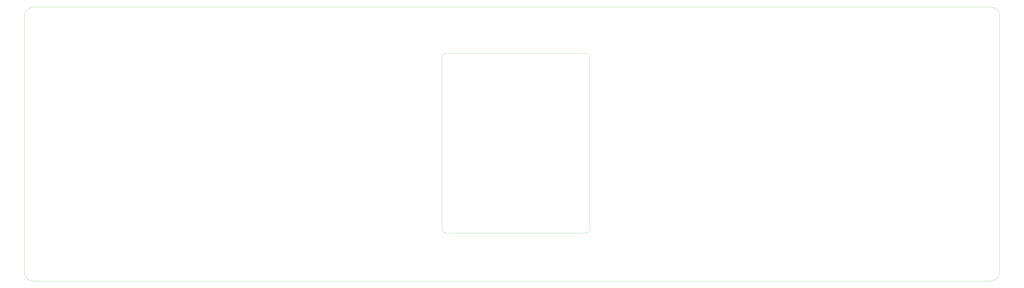
<source format=gbr>
%TF.GenerationSoftware,KiCad,Pcbnew,9.0.0+dfsg-1*%
%TF.CreationDate,2025-06-19T15:00:10-07:00*%
%TF.ProjectId,signalmesh,7369676e-616c-46d6-9573-682e6b696361,rev?*%
%TF.SameCoordinates,Original*%
%TF.FileFunction,Legend,Bot*%
%TF.FilePolarity,Positive*%
%FSLAX46Y46*%
G04 Gerber Fmt 4.6, Leading zero omitted, Abs format (unit mm)*
G04 Created by KiCad (PCBNEW 9.0.0+dfsg-1) date 2025-06-19 15:00:10*
%MOMM*%
%LPD*%
G01*
G04 APERTURE LIST*
%ADD10C,3.200000*%
%ADD11R,1.508000X1.508000*%
%ADD12C,1.508000*%
%ADD13R,1.700000X1.700000*%
%ADD14C,1.700000*%
%ADD15C,3.000000*%
%ADD16R,1.605000X1.605000*%
%ADD17C,1.605000*%
%ADD18R,1.530000X1.530000*%
%ADD19C,1.530000*%
%TA.AperFunction,Profile*%
%ADD20C,0.050000*%
%TD*%
G04 APERTURE END LIST*
%LPC*%
D10*
%TO.C,U1*%
X175740000Y-87730000D03*
X177010000Y-163930000D03*
X208760000Y-139800000D03*
X222730000Y-163930000D03*
X224000000Y-89000000D03*
D11*
X221460000Y-92556000D03*
D12*
X224000000Y-92556000D03*
X221460000Y-95096000D03*
X224000000Y-95096000D03*
X221460000Y-97636000D03*
X224000000Y-97636000D03*
X221460000Y-100176000D03*
X224000000Y-100176000D03*
X221460000Y-102716000D03*
X224000000Y-102716000D03*
X221460000Y-105256000D03*
X224000000Y-105256000D03*
X221460000Y-107796000D03*
X224000000Y-107796000D03*
X221460000Y-110336000D03*
X224000000Y-110336000D03*
X221460000Y-112876000D03*
X224000000Y-112876000D03*
X221460000Y-115416000D03*
X224000000Y-115416000D03*
D11*
X175740000Y-101700000D03*
D12*
X178280000Y-101700000D03*
X175740000Y-104240000D03*
X178280000Y-104240000D03*
X175740000Y-106780000D03*
X178280000Y-106780000D03*
X175740000Y-109320000D03*
X178280000Y-109320000D03*
X175740000Y-111860000D03*
X178280000Y-111860000D03*
X175740000Y-114400000D03*
X178280000Y-114400000D03*
X175740000Y-116940000D03*
X178280000Y-116940000D03*
X175740000Y-119480000D03*
X178280000Y-119480000D03*
D11*
X175740000Y-124560000D03*
D12*
X178280000Y-124560000D03*
X175740000Y-127100000D03*
X178280000Y-127100000D03*
X175740000Y-129640000D03*
X178280000Y-129640000D03*
X175740000Y-132180000D03*
X178280000Y-132180000D03*
X175740000Y-134720000D03*
X178280000Y-134720000D03*
X175740000Y-137260000D03*
X178280000Y-137260000D03*
X175740000Y-139800000D03*
X178280000Y-139800000D03*
X175740000Y-142340000D03*
X178280000Y-142340000D03*
X175740000Y-144880000D03*
X178280000Y-144880000D03*
X175740000Y-147420000D03*
X178280000Y-147420000D03*
X175740000Y-149960000D03*
X178280000Y-149960000D03*
X175740000Y-152500000D03*
X178280000Y-152500000D03*
X175740000Y-155040000D03*
X178280000Y-155040000D03*
X175740000Y-157580000D03*
X178280000Y-157580000D03*
X175740000Y-160120000D03*
X178280000Y-160120000D03*
D11*
X221460000Y-119480000D03*
D12*
X224000000Y-119480000D03*
X221460000Y-122020000D03*
X224000000Y-122020000D03*
X221460000Y-124560000D03*
X224000000Y-124560000D03*
X221460000Y-127100000D03*
X224000000Y-127100000D03*
X221460000Y-129640000D03*
X224000000Y-129640000D03*
X221460000Y-132180000D03*
X224000000Y-132180000D03*
X221460000Y-134720000D03*
X224000000Y-134720000D03*
X221460000Y-137260000D03*
X224000000Y-137260000D03*
X221460000Y-139800000D03*
X224000000Y-139800000D03*
X221460000Y-142340000D03*
X224000000Y-142340000D03*
X221460000Y-144880000D03*
X224000000Y-144880000D03*
X221460000Y-147420000D03*
X224000000Y-147420000D03*
X221460000Y-149960000D03*
X224000000Y-149960000D03*
X221460000Y-152500000D03*
X224000000Y-152500000D03*
X221460000Y-155040000D03*
X224000000Y-155040000D03*
X221460000Y-157580000D03*
X224000000Y-157580000D03*
X221460000Y-160120000D03*
X224000000Y-160120000D03*
D11*
X168120000Y-91540000D03*
D12*
X170660000Y-91540000D03*
X168120000Y-94080000D03*
X170660000Y-94080000D03*
X168120000Y-96620000D03*
X170660000Y-96620000D03*
X168120000Y-99160000D03*
X170660000Y-99160000D03*
X168120000Y-101700000D03*
X170660000Y-101700000D03*
X168120000Y-104240000D03*
X170660000Y-104240000D03*
X168120000Y-106780000D03*
X170660000Y-106780000D03*
X168120000Y-109320000D03*
X170660000Y-109320000D03*
X168120000Y-111860000D03*
X170660000Y-111860000D03*
X168120000Y-114400000D03*
X170660000Y-114400000D03*
X168120000Y-116940000D03*
X170660000Y-116940000D03*
X168120000Y-119480000D03*
X170660000Y-119480000D03*
X168120000Y-122020000D03*
X170660000Y-122020000D03*
X168120000Y-124560000D03*
X170660000Y-124560000D03*
X168120000Y-127100000D03*
X170660000Y-127100000D03*
X168120000Y-129640000D03*
X170660000Y-129640000D03*
X168120000Y-132180000D03*
X170660000Y-132180000D03*
X168120000Y-134720000D03*
X170660000Y-134720000D03*
X168120000Y-137260000D03*
X170660000Y-137260000D03*
X168120000Y-139800000D03*
X170660000Y-139800000D03*
X168120000Y-142340000D03*
X170660000Y-142340000D03*
X168120000Y-144880000D03*
X170660000Y-144880000D03*
X168120000Y-147420000D03*
X170660000Y-147420000D03*
X168120000Y-149960000D03*
X170660000Y-149960000D03*
X168120000Y-152500000D03*
X170660000Y-152500000D03*
X168120000Y-155040000D03*
X170660000Y-155040000D03*
X168120000Y-157580000D03*
X170660000Y-157580000D03*
X168120000Y-160120000D03*
X170660000Y-160120000D03*
X168120000Y-162660000D03*
X170660000Y-162660000D03*
X168120000Y-165200000D03*
X170660000Y-165200000D03*
X168120000Y-167740000D03*
X170660000Y-167740000D03*
X168120000Y-170280000D03*
X170660000Y-170280000D03*
X168120000Y-172820000D03*
X170660000Y-172820000D03*
X168120000Y-175360000D03*
X170660000Y-175360000D03*
X168120000Y-177900000D03*
X170660000Y-177900000D03*
X168120000Y-180440000D03*
X170660000Y-180440000D03*
D11*
X229080000Y-91560000D03*
D12*
X231620000Y-91560000D03*
X229080000Y-94100000D03*
X231620000Y-94100000D03*
X229080000Y-96640000D03*
X231620000Y-96640000D03*
X229080000Y-99180000D03*
X231620000Y-99180000D03*
X229080000Y-101720000D03*
X231620000Y-101720000D03*
X229080000Y-104260000D03*
X231620000Y-104260000D03*
X229080000Y-106800000D03*
X231620000Y-106800000D03*
X229080000Y-109340000D03*
X231620000Y-109340000D03*
X229080000Y-111880000D03*
X231620000Y-111880000D03*
X229080000Y-114420000D03*
X231620000Y-114420000D03*
X229080000Y-116960000D03*
X231620000Y-116960000D03*
X229080000Y-119500000D03*
X231620000Y-119500000D03*
X229080000Y-122040000D03*
X231620000Y-122040000D03*
X229080000Y-124580000D03*
X231620000Y-124580000D03*
X229080000Y-127120000D03*
X231620000Y-127120000D03*
X229080000Y-129660000D03*
X231620000Y-129660000D03*
X229080000Y-132200000D03*
X231620000Y-132200000D03*
X229080000Y-134740000D03*
X231620000Y-134740000D03*
X229080000Y-137280000D03*
X231620000Y-137280000D03*
X229080000Y-139820000D03*
X231620000Y-139820000D03*
X229080000Y-142360000D03*
X231620000Y-142360000D03*
X229080000Y-144900000D03*
X231620000Y-144900000D03*
X229080000Y-147440000D03*
X231620000Y-147440000D03*
X229080000Y-149980000D03*
X231620000Y-149980000D03*
X229080000Y-152520000D03*
X231620000Y-152520000D03*
X229080000Y-155060000D03*
X231620000Y-155060000D03*
X229080000Y-157600000D03*
X231620000Y-157600000D03*
X229080000Y-160140000D03*
X231620000Y-160140000D03*
X229080000Y-162680000D03*
X231620000Y-162680000D03*
X229080000Y-165220000D03*
X231620000Y-165220000D03*
X229080000Y-167760000D03*
X231620000Y-167760000D03*
X229080000Y-170300000D03*
X231620000Y-170300000D03*
X229080000Y-172840000D03*
X231620000Y-172840000D03*
X229080000Y-175380000D03*
X231620000Y-175380000D03*
X229080000Y-177920000D03*
X231620000Y-177920000D03*
X229080000Y-180460000D03*
X231620000Y-180460000D03*
%TD*%
D13*
%TO.C,J9*%
X321000000Y-91460000D03*
D14*
X321000000Y-94000000D03*
X321000000Y-96540000D03*
X321000000Y-99080000D03*
X321000000Y-101620000D03*
X321000000Y-104160000D03*
X321000000Y-106700000D03*
X321000000Y-109240000D03*
X321000000Y-111780000D03*
X321000000Y-114320000D03*
X321000000Y-116860000D03*
X321000000Y-119400000D03*
X321000000Y-121940000D03*
X321000000Y-124480000D03*
X321000000Y-127020000D03*
X321000000Y-129560000D03*
X321000000Y-132100000D03*
X321000000Y-134640000D03*
X321000000Y-137180000D03*
X321000000Y-139720000D03*
X321000000Y-142260000D03*
X321000000Y-144800000D03*
X321000000Y-147340000D03*
X321000000Y-149880000D03*
%TD*%
D13*
%TO.C,J1*%
X289000000Y-91500000D03*
D14*
X289000000Y-94040000D03*
X289000000Y-96580000D03*
X289000000Y-99120000D03*
X289000000Y-101660000D03*
X289000000Y-104200000D03*
X289000000Y-106740000D03*
X289000000Y-109280000D03*
X289000000Y-111820000D03*
X289000000Y-114360000D03*
X289000000Y-116900000D03*
X289000000Y-119440000D03*
X289000000Y-121980000D03*
X289000000Y-124520000D03*
X289000000Y-127060000D03*
X289000000Y-129600000D03*
X289000000Y-132140000D03*
X289000000Y-134680000D03*
X289000000Y-137220000D03*
X289000000Y-139760000D03*
X289000000Y-142300000D03*
X289000000Y-144840000D03*
X289000000Y-147380000D03*
X289000000Y-149920000D03*
%TD*%
D13*
%TO.C,J8*%
X280000000Y-91500000D03*
D14*
X280000000Y-94040000D03*
X280000000Y-96580000D03*
X280000000Y-99120000D03*
X280000000Y-101660000D03*
X280000000Y-104200000D03*
X280000000Y-106740000D03*
X280000000Y-109280000D03*
X280000000Y-111820000D03*
X280000000Y-114360000D03*
X280000000Y-116900000D03*
X280000000Y-119440000D03*
X280000000Y-121980000D03*
X280000000Y-124520000D03*
X280000000Y-127060000D03*
X280000000Y-129600000D03*
X280000000Y-132140000D03*
X280000000Y-134680000D03*
X280000000Y-137220000D03*
X280000000Y-139760000D03*
X280000000Y-142300000D03*
X280000000Y-144840000D03*
X280000000Y-147380000D03*
X280000000Y-149920000D03*
%TD*%
D13*
%TO.C,J2*%
X312000000Y-91500000D03*
D14*
X312000000Y-94040000D03*
X312000000Y-96580000D03*
X312000000Y-99120000D03*
X312000000Y-101660000D03*
X312000000Y-104200000D03*
X312000000Y-106740000D03*
X312000000Y-109280000D03*
X312000000Y-111820000D03*
X312000000Y-114360000D03*
X312000000Y-116900000D03*
X312000000Y-119440000D03*
X312000000Y-121980000D03*
X312000000Y-124520000D03*
X312000000Y-127060000D03*
X312000000Y-129600000D03*
X312000000Y-132140000D03*
X312000000Y-134680000D03*
X312000000Y-137220000D03*
X312000000Y-139760000D03*
X312000000Y-142300000D03*
X312000000Y-144840000D03*
X312000000Y-147380000D03*
X312000000Y-149920000D03*
%TD*%
D15*
%TO.C,U9*%
X498980000Y-83190000D03*
X532000000Y-135260000D03*
X547240000Y-84460000D03*
D16*
X547240000Y-110880000D03*
D17*
X547240000Y-108340000D03*
X547240000Y-105800000D03*
X547240000Y-103260000D03*
X547240000Y-100720000D03*
X547240000Y-98180000D03*
X547240000Y-95640000D03*
X547240000Y-93100000D03*
X547240000Y-90560000D03*
X547240000Y-88020000D03*
D16*
X498980000Y-97160000D03*
D17*
X498980000Y-99700000D03*
X498980000Y-102240000D03*
X498980000Y-104780000D03*
X498980000Y-107320000D03*
X498980000Y-109860000D03*
X498980000Y-112400000D03*
X498980000Y-114940000D03*
D18*
X491360000Y-87000000D03*
D19*
X493900000Y-87000000D03*
X491360000Y-89540000D03*
X493900000Y-89540000D03*
X491360000Y-92080000D03*
X493900000Y-92080000D03*
X491360000Y-94620000D03*
X493900000Y-94620000D03*
X491360000Y-97160000D03*
X493900000Y-97160000D03*
X491360000Y-99700000D03*
X493900000Y-99700000D03*
X491360000Y-102240000D03*
X493900000Y-102240000D03*
X491360000Y-104780000D03*
X493900000Y-104780000D03*
X491360000Y-107320000D03*
X493900000Y-107320000D03*
X491360000Y-109860000D03*
X493900000Y-109860000D03*
X491360000Y-112400000D03*
X493900000Y-112400000D03*
X491360000Y-114940000D03*
X493900000Y-114940000D03*
X491360000Y-117480000D03*
X493900000Y-117480000D03*
X491360000Y-120020000D03*
X493900000Y-120020000D03*
X491360000Y-122560000D03*
X493900000Y-122560000D03*
X491360000Y-125100000D03*
X493900000Y-125100000D03*
X491360000Y-127640000D03*
X493900000Y-127640000D03*
X491360000Y-130180000D03*
X493900000Y-130180000D03*
X491360000Y-132720000D03*
X493900000Y-132720000D03*
D16*
X498980000Y-120020000D03*
D17*
X498980000Y-122560000D03*
X498980000Y-125100000D03*
X498980000Y-127640000D03*
X498980000Y-130180000D03*
X498980000Y-132720000D03*
D16*
X547240000Y-132720000D03*
D17*
X547240000Y-130180000D03*
X547240000Y-127640000D03*
X547240000Y-125100000D03*
X547240000Y-122560000D03*
X547240000Y-120020000D03*
X547240000Y-117480000D03*
X547240000Y-114940000D03*
D18*
X552320000Y-87000000D03*
D19*
X554860000Y-87000000D03*
X552320000Y-89540000D03*
X554860000Y-89540000D03*
X552320000Y-92080000D03*
X554860000Y-92080000D03*
X552320000Y-94620000D03*
X554860000Y-94620000D03*
X552320000Y-97160000D03*
X554860000Y-97160000D03*
X552320000Y-99700000D03*
X554860000Y-99700000D03*
X552320000Y-102240000D03*
X554860000Y-102240000D03*
X552320000Y-104780000D03*
X554860000Y-104780000D03*
X552320000Y-107320000D03*
X554860000Y-107320000D03*
X552320000Y-109860000D03*
X554860000Y-109860000D03*
X552320000Y-112400000D03*
X554860000Y-112400000D03*
X552320000Y-114940000D03*
X554860000Y-114940000D03*
X552320000Y-117480000D03*
X554860000Y-117480000D03*
X552320000Y-120020000D03*
X554860000Y-120020000D03*
X552320000Y-122560000D03*
X554860000Y-122560000D03*
X552320000Y-125100000D03*
X554860000Y-125100000D03*
X552320000Y-127640000D03*
X554860000Y-127640000D03*
X552320000Y-130180000D03*
X554860000Y-130180000D03*
X552320000Y-132720000D03*
X554860000Y-132720000D03*
%TD*%
D13*
%TO.C,U4*%
X41550000Y-74500000D03*
D14*
X44090000Y-74500000D03*
X46630000Y-74500000D03*
X49170000Y-74500000D03*
X51710000Y-74500000D03*
X54250000Y-74500000D03*
X56790000Y-74500000D03*
X59330000Y-74500000D03*
X61870000Y-74500000D03*
X64410000Y-74500000D03*
X66950000Y-74500000D03*
X69490000Y-74500000D03*
X72030000Y-74500000D03*
X74570000Y-74500000D03*
X77110000Y-74500000D03*
X79650000Y-74500000D03*
X82190000Y-74500000D03*
X84730000Y-74500000D03*
X87270000Y-74500000D03*
X89810000Y-74500000D03*
X89810000Y-59260000D03*
X87270000Y-59260000D03*
X84730000Y-59260000D03*
X82190000Y-59260000D03*
X79650000Y-59260000D03*
X77110000Y-59260000D03*
X74570000Y-59260000D03*
X72030000Y-59260000D03*
X69490000Y-59260000D03*
X66950000Y-59260000D03*
X64410000Y-59260000D03*
X61870000Y-59260000D03*
X59330000Y-59260000D03*
X56790000Y-59260000D03*
X54250000Y-59260000D03*
X51710000Y-59260000D03*
X49170000Y-59260000D03*
X46630000Y-59260000D03*
X44090000Y-59260000D03*
X41550000Y-59260000D03*
X85999000Y-63068000D03*
X85999000Y-65608000D03*
X85999000Y-68148000D03*
X85999000Y-70688000D03*
%TD*%
D15*
%TO.C,U3*%
X50620000Y-127470000D03*
X83640000Y-179540000D03*
X98880000Y-128740000D03*
D16*
X98880000Y-155160000D03*
D17*
X98880000Y-152620000D03*
X98880000Y-150080000D03*
X98880000Y-147540000D03*
X98880000Y-145000000D03*
X98880000Y-142460000D03*
X98880000Y-139920000D03*
X98880000Y-137380000D03*
X98880000Y-134840000D03*
X98880000Y-132300000D03*
D16*
X50620000Y-141440000D03*
D17*
X50620000Y-143980000D03*
X50620000Y-146520000D03*
X50620000Y-149060000D03*
X50620000Y-151600000D03*
X50620000Y-154140000D03*
X50620000Y-156680000D03*
X50620000Y-159220000D03*
D18*
X43000000Y-131280000D03*
D19*
X45540000Y-131280000D03*
X43000000Y-133820000D03*
X45540000Y-133820000D03*
X43000000Y-136360000D03*
X45540000Y-136360000D03*
X43000000Y-138900000D03*
X45540000Y-138900000D03*
X43000000Y-141440000D03*
X45540000Y-141440000D03*
X43000000Y-143980000D03*
X45540000Y-143980000D03*
X43000000Y-146520000D03*
X45540000Y-146520000D03*
X43000000Y-149060000D03*
X45540000Y-149060000D03*
X43000000Y-151600000D03*
X45540000Y-151600000D03*
X43000000Y-154140000D03*
X45540000Y-154140000D03*
X43000000Y-156680000D03*
X45540000Y-156680000D03*
X43000000Y-159220000D03*
X45540000Y-159220000D03*
X43000000Y-161760000D03*
X45540000Y-161760000D03*
X43000000Y-164300000D03*
X45540000Y-164300000D03*
X43000000Y-166840000D03*
X45540000Y-166840000D03*
X43000000Y-169380000D03*
X45540000Y-169380000D03*
X43000000Y-171920000D03*
X45540000Y-171920000D03*
X43000000Y-174460000D03*
X45540000Y-174460000D03*
X43000000Y-177000000D03*
X45540000Y-177000000D03*
D16*
X50620000Y-164300000D03*
D17*
X50620000Y-166840000D03*
X50620000Y-169380000D03*
X50620000Y-171920000D03*
X50620000Y-174460000D03*
X50620000Y-177000000D03*
D16*
X98880000Y-177000000D03*
D17*
X98880000Y-174460000D03*
X98880000Y-171920000D03*
X98880000Y-169380000D03*
X98880000Y-166840000D03*
X98880000Y-164300000D03*
X98880000Y-161760000D03*
X98880000Y-159220000D03*
D18*
X103960000Y-131280000D03*
D19*
X106500000Y-131280000D03*
X103960000Y-133820000D03*
X106500000Y-133820000D03*
X103960000Y-136360000D03*
X106500000Y-136360000D03*
X103960000Y-138900000D03*
X106500000Y-138900000D03*
X103960000Y-141440000D03*
X106500000Y-141440000D03*
X103960000Y-143980000D03*
X106500000Y-143980000D03*
X103960000Y-146520000D03*
X106500000Y-146520000D03*
X103960000Y-149060000D03*
X106500000Y-149060000D03*
X103960000Y-151600000D03*
X106500000Y-151600000D03*
X103960000Y-154140000D03*
X106500000Y-154140000D03*
X103960000Y-156680000D03*
X106500000Y-156680000D03*
X103960000Y-159220000D03*
X106500000Y-159220000D03*
X103960000Y-161760000D03*
X106500000Y-161760000D03*
X103960000Y-164300000D03*
X106500000Y-164300000D03*
X103960000Y-166840000D03*
X106500000Y-166840000D03*
X103960000Y-169380000D03*
X106500000Y-169380000D03*
X103960000Y-171920000D03*
X106500000Y-171920000D03*
X103960000Y-174460000D03*
X106500000Y-174460000D03*
X103960000Y-177000000D03*
X106500000Y-177000000D03*
%TD*%
D10*
%TO.C,U2*%
X376240000Y-88030000D03*
X377510000Y-164230000D03*
X409260000Y-140100000D03*
X423230000Y-164230000D03*
X424500000Y-89300000D03*
D11*
X421960000Y-92856000D03*
D12*
X424500000Y-92856000D03*
X421960000Y-95396000D03*
X424500000Y-95396000D03*
X421960000Y-97936000D03*
X424500000Y-97936000D03*
X421960000Y-100476000D03*
X424500000Y-100476000D03*
X421960000Y-103016000D03*
X424500000Y-103016000D03*
X421960000Y-105556000D03*
X424500000Y-105556000D03*
X421960000Y-108096000D03*
X424500000Y-108096000D03*
X421960000Y-110636000D03*
X424500000Y-110636000D03*
X421960000Y-113176000D03*
X424500000Y-113176000D03*
X421960000Y-115716000D03*
X424500000Y-115716000D03*
D11*
X376240000Y-102000000D03*
D12*
X378780000Y-102000000D03*
X376240000Y-104540000D03*
X378780000Y-104540000D03*
X376240000Y-107080000D03*
X378780000Y-107080000D03*
X376240000Y-109620000D03*
X378780000Y-109620000D03*
X376240000Y-112160000D03*
X378780000Y-112160000D03*
X376240000Y-114700000D03*
X378780000Y-114700000D03*
X376240000Y-117240000D03*
X378780000Y-117240000D03*
X376240000Y-119780000D03*
X378780000Y-119780000D03*
D11*
X376240000Y-124860000D03*
D12*
X378780000Y-124860000D03*
X376240000Y-127400000D03*
X378780000Y-127400000D03*
X376240000Y-129940000D03*
X378780000Y-129940000D03*
X376240000Y-132480000D03*
X378780000Y-132480000D03*
X376240000Y-135020000D03*
X378780000Y-135020000D03*
X376240000Y-137560000D03*
X378780000Y-137560000D03*
X376240000Y-140100000D03*
X378780000Y-140100000D03*
X376240000Y-142640000D03*
X378780000Y-142640000D03*
X376240000Y-145180000D03*
X378780000Y-145180000D03*
X376240000Y-147720000D03*
X378780000Y-147720000D03*
X376240000Y-150260000D03*
X378780000Y-150260000D03*
X376240000Y-152800000D03*
X378780000Y-152800000D03*
X376240000Y-155340000D03*
X378780000Y-155340000D03*
X376240000Y-157880000D03*
X378780000Y-157880000D03*
X376240000Y-160420000D03*
X378780000Y-160420000D03*
D11*
X421960000Y-119780000D03*
D12*
X424500000Y-119780000D03*
X421960000Y-122320000D03*
X424500000Y-122320000D03*
X421960000Y-124860000D03*
X424500000Y-124860000D03*
X421960000Y-127400000D03*
X424500000Y-127400000D03*
X421960000Y-129940000D03*
X424500000Y-129940000D03*
X421960000Y-132480000D03*
X424500000Y-132480000D03*
X421960000Y-135020000D03*
X424500000Y-135020000D03*
X421960000Y-137560000D03*
X424500000Y-137560000D03*
X421960000Y-140100000D03*
X424500000Y-140100000D03*
X421960000Y-142640000D03*
X424500000Y-142640000D03*
X421960000Y-145180000D03*
X424500000Y-145180000D03*
X421960000Y-147720000D03*
X424500000Y-147720000D03*
X421960000Y-150260000D03*
X424500000Y-150260000D03*
X421960000Y-152800000D03*
X424500000Y-152800000D03*
X421960000Y-155340000D03*
X424500000Y-155340000D03*
X421960000Y-157880000D03*
X424500000Y-157880000D03*
X421960000Y-160420000D03*
X424500000Y-160420000D03*
D11*
X368620000Y-91840000D03*
D12*
X371160000Y-91840000D03*
X368620000Y-94380000D03*
X371160000Y-94380000D03*
X368620000Y-96920000D03*
X371160000Y-96920000D03*
X368620000Y-99460000D03*
X371160000Y-99460000D03*
X368620000Y-102000000D03*
X371160000Y-102000000D03*
X368620000Y-104540000D03*
X371160000Y-104540000D03*
X368620000Y-107080000D03*
X371160000Y-107080000D03*
X368620000Y-109620000D03*
X371160000Y-109620000D03*
X368620000Y-112160000D03*
X371160000Y-112160000D03*
X368620000Y-114700000D03*
X371160000Y-114700000D03*
X368620000Y-117240000D03*
X371160000Y-117240000D03*
X368620000Y-119780000D03*
X371160000Y-119780000D03*
X368620000Y-122320000D03*
X371160000Y-122320000D03*
X368620000Y-124860000D03*
X371160000Y-124860000D03*
X368620000Y-127400000D03*
X371160000Y-127400000D03*
X368620000Y-129940000D03*
X371160000Y-129940000D03*
X368620000Y-132480000D03*
X371160000Y-132480000D03*
X368620000Y-135020000D03*
X371160000Y-135020000D03*
X368620000Y-137560000D03*
X371160000Y-137560000D03*
X368620000Y-140100000D03*
X371160000Y-140100000D03*
X368620000Y-142640000D03*
X371160000Y-142640000D03*
X368620000Y-145180000D03*
X371160000Y-145180000D03*
X368620000Y-147720000D03*
X371160000Y-147720000D03*
X368620000Y-150260000D03*
X371160000Y-150260000D03*
X368620000Y-152800000D03*
X371160000Y-152800000D03*
X368620000Y-155340000D03*
X371160000Y-155340000D03*
X368620000Y-157880000D03*
X371160000Y-157880000D03*
X368620000Y-160420000D03*
X371160000Y-160420000D03*
X368620000Y-162960000D03*
X371160000Y-162960000D03*
X368620000Y-165500000D03*
X371160000Y-165500000D03*
X368620000Y-168040000D03*
X371160000Y-168040000D03*
X368620000Y-170580000D03*
X371160000Y-170580000D03*
X368620000Y-173120000D03*
X371160000Y-173120000D03*
X368620000Y-175660000D03*
X371160000Y-175660000D03*
X368620000Y-178200000D03*
X371160000Y-178200000D03*
X368620000Y-180740000D03*
X371160000Y-180740000D03*
D11*
X429580000Y-91860000D03*
D12*
X432120000Y-91860000D03*
X429580000Y-94400000D03*
X432120000Y-94400000D03*
X429580000Y-96940000D03*
X432120000Y-96940000D03*
X429580000Y-99480000D03*
X432120000Y-99480000D03*
X429580000Y-102020000D03*
X432120000Y-102020000D03*
X429580000Y-104560000D03*
X432120000Y-104560000D03*
X429580000Y-107100000D03*
X432120000Y-107100000D03*
X429580000Y-109640000D03*
X432120000Y-109640000D03*
X429580000Y-112180000D03*
X432120000Y-112180000D03*
X429580000Y-114720000D03*
X432120000Y-114720000D03*
X429580000Y-117260000D03*
X432120000Y-117260000D03*
X429580000Y-119800000D03*
X432120000Y-119800000D03*
X429580000Y-122340000D03*
X432120000Y-122340000D03*
X429580000Y-124880000D03*
X432120000Y-124880000D03*
X429580000Y-127420000D03*
X432120000Y-127420000D03*
X429580000Y-129960000D03*
X432120000Y-129960000D03*
X429580000Y-132500000D03*
X432120000Y-132500000D03*
X429580000Y-135040000D03*
X432120000Y-135040000D03*
X429580000Y-137580000D03*
X432120000Y-137580000D03*
X429580000Y-140120000D03*
X432120000Y-140120000D03*
X429580000Y-142660000D03*
X432120000Y-142660000D03*
X429580000Y-145200000D03*
X432120000Y-145200000D03*
X429580000Y-147740000D03*
X432120000Y-147740000D03*
X429580000Y-150280000D03*
X432120000Y-150280000D03*
X429580000Y-152820000D03*
X432120000Y-152820000D03*
X429580000Y-155360000D03*
X432120000Y-155360000D03*
X429580000Y-157900000D03*
X432120000Y-157900000D03*
X429580000Y-160440000D03*
X432120000Y-160440000D03*
X429580000Y-162980000D03*
X432120000Y-162980000D03*
X429580000Y-165520000D03*
X432120000Y-165520000D03*
X429580000Y-168060000D03*
X432120000Y-168060000D03*
X429580000Y-170600000D03*
X432120000Y-170600000D03*
X429580000Y-173140000D03*
X432120000Y-173140000D03*
X429580000Y-175680000D03*
X432120000Y-175680000D03*
X429580000Y-178220000D03*
X432120000Y-178220000D03*
X429580000Y-180760000D03*
X432120000Y-180760000D03*
%TD*%
%LPD*%
D20*
X337410000Y-174450000D02*
X261210000Y-174450000D01*
X34180000Y-200880000D02*
G75*
G02*
X29180000Y-195880000I0J5000000D01*
G01*
X313280000Y-75390000D02*
X337410000Y-75390000D01*
X261210000Y-174450000D02*
G75*
G02*
X258670000Y-171910000I0J2540000D01*
G01*
X29180000Y-195880000D02*
X29180000Y-54880000D01*
X258670000Y-171910000D02*
X258670000Y-77930000D01*
X258670000Y-77930000D02*
G75*
G02*
X261210000Y-75390000I2540000J0D01*
G01*
X337410000Y-75390000D02*
G75*
G02*
X339950000Y-77930000I0J-2540000D01*
G01*
X339950000Y-77930000D02*
X339950000Y-171910000D01*
X261210000Y-75390000D02*
X313280000Y-75390000D01*
X34180000Y-49880000D02*
X560180000Y-49951068D01*
X560180000Y-200880000D02*
X34180000Y-200880000D01*
X565180000Y-195880000D02*
G75*
G02*
X560180000Y-200880000I-5000000J0D01*
G01*
X339950000Y-171910000D02*
G75*
G02*
X337410000Y-174450000I-2540000J0D01*
G01*
X565180000Y-54951068D02*
X565180000Y-195880000D01*
X29180000Y-54880000D02*
G75*
G02*
X34180000Y-49880000I5000000J0D01*
G01*
X560180000Y-49951068D02*
G75*
G02*
X565180032Y-54951068I0J-5000032D01*
G01*
M02*

</source>
